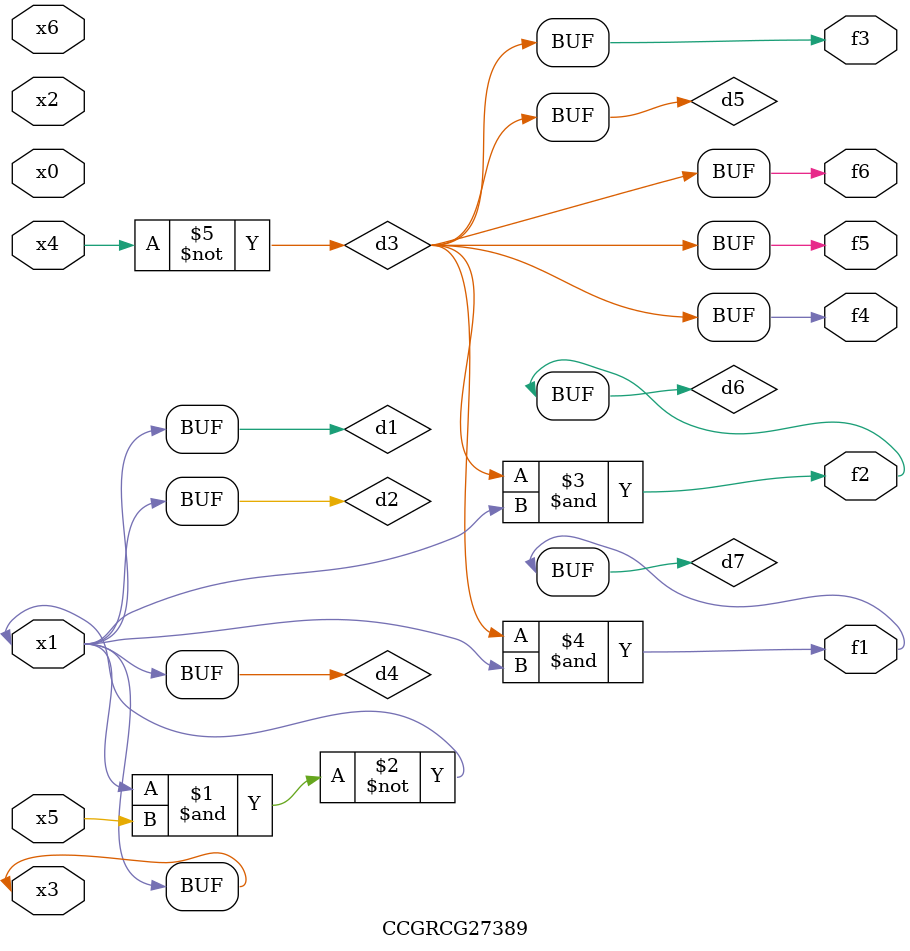
<source format=v>
module CCGRCG27389(
	input x0, x1, x2, x3, x4, x5, x6,
	output f1, f2, f3, f4, f5, f6
);

	wire d1, d2, d3, d4, d5, d6, d7;

	buf (d1, x1, x3);
	nand (d2, x1, x5);
	not (d3, x4);
	buf (d4, d1, d2);
	buf (d5, d3);
	and (d6, d3, d4);
	and (d7, d3, d4);
	assign f1 = d7;
	assign f2 = d6;
	assign f3 = d5;
	assign f4 = d5;
	assign f5 = d5;
	assign f6 = d5;
endmodule

</source>
